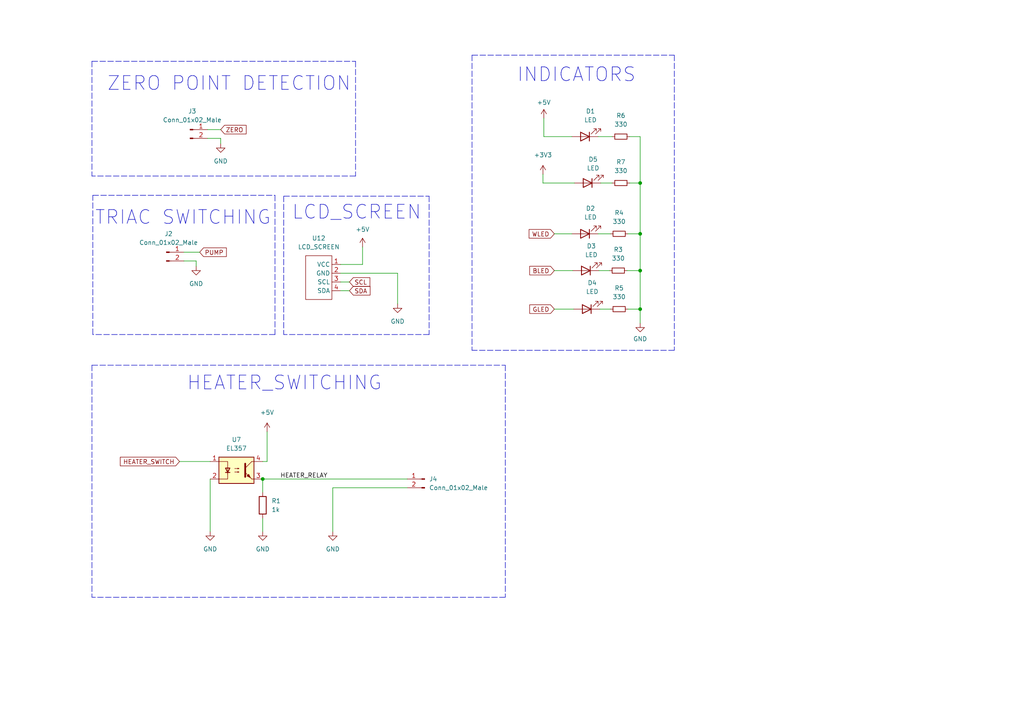
<source format=kicad_sch>
(kicad_sch (version 20211123) (generator eeschema)
  (paper "A4")
  (lib_symbols
    (symbol "Connector:Conn_01x02_Male" (pin_names (offset 1.016) hide)
      (property "Reference" "J" (at 0 2.54 0))
      (property "Value" "Conn_01x02_Male" (at 0 -5.08 0))
      (symbol "Conn_01x02_Male_1_1"
        (polyline (pts (xy 1.27 -2.54) (xy 0.8636 -2.54)) (stroke (width 0.1524)))
        (polyline (pts (xy 1.27 0) (xy 0.8636 0)) (stroke (width 0.1524)))
        (rectangle (start 0.8636 -2.413) (end 0 -2.667) (stroke (width 0.1524)) (fill (type outline)))
        (rectangle (start 0.8636 0.127) (end 0 -0.127) (stroke (width 0.1524)) (fill (type outline)))
        (pin passive line (at 5.08 0 180) (length 3.81) (name "Pin_1") (number "1"))
        (pin passive line (at 5.08 -2.54 180) (length 3.81) (name "Pin_2") (number "2"))
      )
    )
    (symbol "Device:LED" (pin_numbers hide) (pin_names (offset 1.016) hide)
      (property "Reference" "D" (at 0 2.54 0))
      (property "Value" "LED" (at 0 -2.54 0))
      (symbol "LED_0_1"
        (polyline (pts (xy -1.27 -1.27) (xy -1.27 1.27)) (stroke (width 0.254)))
        (polyline (pts (xy -1.27 0) (xy 1.27 0)))
        (polyline (pts (xy 1.27 -1.27) (xy 1.27 1.27) (xy -1.27 0) (xy 1.27 -1.27)) (stroke (width 0.254)))
        (polyline (pts (xy -3.048 -0.762) (xy -4.572 -2.286) (xy -3.81 -2.286) (xy -4.572 -2.286) (xy -4.572 -1.524)))
        (polyline (pts (xy -1.778 -0.762) (xy -3.302 -2.286) (xy -2.54 -2.286) (xy -3.302 -2.286) (xy -3.302 -1.524)))
      )
      (symbol "LED_1_1"
        (pin passive line (at -3.81 0 0) (length 2.54) (name "K") (number "1"))
        (pin passive line (at 3.81 0 180) (length 2.54) (name "A") (number "2"))
      )
    )
    (symbol "Device:R" (pin_numbers hide) (pin_names (offset 0))
      (property "Reference" "R" (at 2.032 0 90))
      (property "Value" "R" (at 0 0 90))
      (symbol "R_0_1"
        (rectangle (start -1.016 -2.54) (end 1.016 2.54) (stroke (width 0.254)))
      )
      (symbol "R_1_1"
        (pin passive line (at 0 3.81 270) (length 1.27) (name "~") (number "1"))
        (pin passive line (at 0 -3.81 90) (length 1.27) (name "~") (number "2"))
      )
    )
    (symbol "Device:R_Small" (pin_numbers hide) (pin_names (offset 0.254) hide)
      (property "Reference" "R" (at 0.762 0.508 0))
      (property "Value" "R_Small" (at 0.762 -1.016 0))
      (symbol "R_Small_0_1"
        (rectangle (start -0.762 1.778) (end 0.762 -1.778) (stroke (width 0.2032)))
      )
      (symbol "R_Small_1_1"
        (pin passive line (at 0 2.54 270) (length 0.762) (name "~") (number "1"))
        (pin passive line (at 0 -2.54 90) (length 0.762) (name "~") (number "2"))
      )
    )
    (symbol "Isolator:SFH617A-1" (pin_names (offset 1.016))
      (property "Reference" "U" (at -5.08 5.08 0))
      (property "Value" "SFH617A-1" (at 0 5.08 0))
      (symbol "SFH617A-1_0_1"
        (rectangle (start -5.08 3.81) (end 5.08 -3.81) (stroke (width 0.254)) (fill (type background)))
        (polyline (pts (xy -3.175 -0.635) (xy -1.905 -0.635)) (stroke (width 0.254)))
        (polyline (pts (xy 2.54 0.635) (xy 4.445 2.54)))
        (polyline (pts (xy 4.445 -2.54) (xy 2.54 -0.635)) (fill (type outline)))
        (polyline (pts (xy 4.445 -2.54) (xy 5.08 -2.54)))
        (polyline (pts (xy 4.445 2.54) (xy 5.08 2.54)))
        (polyline (pts (xy -2.54 -0.635) (xy -2.54 -2.54) (xy -5.08 -2.54)))
        (polyline (pts (xy 2.54 1.905) (xy 2.54 -1.905) (xy 2.54 -1.905)) (stroke (width 0.508)))
        (polyline (pts (xy -5.08 2.54) (xy -2.54 2.54) (xy -2.54 -1.27) (xy -2.54 0.635)))
        (polyline (pts (xy -2.54 -0.635) (xy -3.175 0.635) (xy -1.905 0.635) (xy -2.54 -0.635)) (stroke (width 0.254)))
        (polyline (pts (xy -0.508 -0.508) (xy 0.762 -0.508) (xy 0.381 -0.635) (xy 0.381 -0.381) (xy 0.762 -0.508)))
        (polyline (pts (xy -0.508 0.508) (xy 0.762 0.508) (xy 0.381 0.381) (xy 0.381 0.635) (xy 0.762 0.508)))
        (polyline (pts (xy 3.048 -1.651) (xy 3.556 -1.143) (xy 4.064 -2.159) (xy 3.048 -1.651) (xy 3.048 -1.651)) (fill (type outline)))
      )
      (symbol "SFH617A-1_1_1"
        (pin passive line (at -7.62 2.54 0) (length 2.54) (name "~") (number "1"))
        (pin passive line (at -7.62 -2.54 0) (length 2.54) (name "~") (number "2"))
        (pin passive line (at 7.62 -2.54 180) (length 2.54) (name "~") (number "3"))
        (pin passive line (at 7.62 2.54 180) (length 2.54) (name "~") (number "4"))
      )
    )
    (symbol "Userlibrary:LCD_SCREEN"
      (property "Reference" "U" (at 0 0 0))
      (property "Value" "LCD_SCREEN" (at 0 0 0))
      (symbol "LCD_SCREEN_0_1"
        (rectangle (start 0 12.7) (end 7.62 0))
      )
      (symbol "LCD_SCREEN_1_1"
        (pin power_in line (at 10.16 10.16 180) (length 2.54) (name "VCC") (number "1"))
        (pin power_in line (at 10.16 7.62 180) (length 2.54) (name "GND") (number "2"))
        (pin input line (at 10.16 5.08 180) (length 2.54) (name "SCL") (number "3"))
        (pin input line (at 10.16 2.54 180) (length 2.54) (name "SDA") (number "4"))
      )
    )
    (symbol "power:+3V3" (power) (pin_names (offset 0))
      (property "Value" "+3V3" (at 0 3.556 0))
      (symbol "+3V3_0_1"
        (polyline (pts (xy -0.762 1.27) (xy 0 2.54)))
        (polyline (pts (xy 0 0) (xy 0 2.54)))
        (polyline (pts (xy 0 2.54) (xy 0.762 1.27)))
      )
      (symbol "+3V3_1_1"
        (pin power_in line (at 0 0 90) (length 0) hide (name "+3V3") (number "1"))
      )
    )
    (symbol "power:+5V" (power) (pin_names (offset 0))
      (property "Value" "+5V" (at 0 3.556 0))
      (symbol "+5V_0_1"
        (polyline (pts (xy -0.762 1.27) (xy 0 2.54)))
        (polyline (pts (xy 0 0) (xy 0 2.54)))
        (polyline (pts (xy 0 2.54) (xy 0.762 1.27)))
      )
      (symbol "+5V_1_1"
        (pin power_in line (at 0 0 90) (length 0) hide (name "+5V") (number "1"))
      )
    )
    (symbol "power:GND" (power) (pin_names (offset 0))
      (property "Value" "GND" (at 0 -3.81 0))
      (symbol "GND_0_1"
        (polyline (pts (xy 0 0) (xy 0 -1.27) (xy 1.27 -1.27) (xy 0 -2.54) (xy -1.27 -1.27) (xy 0 -1.27)))
      )
      (symbol "GND_1_1"
        (pin power_in line (at 0 0 270) (length 0) hide (name "GND") (number "1"))
      )
    )
  )
  (junction (at 185.674 67.818))
  (junction (at 185.674 78.486))
  (junction (at 185.674 89.662))
  (junction (at 185.674 53.086))
  (junction (at 76.2 138.938))
  (wire (pts (xy 105.156 76.708) (xy 105.156 71.628)))
  (polyline (pts (xy 146.558 105.918) (xy 146.558 173.228)))
  (wire (pts (xy 115.316 79.248) (xy 115.316 88.138)))
  (polyline (pts (xy 195.58 16.002) (xy 195.58 101.6)))
  (wire (pts (xy 76.2 138.938) (xy 118.11 138.938)))
  (wire (pts (xy 96.52 141.478) (xy 118.11 141.478)))
  (wire (pts (xy 185.674 39.624) (xy 185.674 53.086)))
  (wire (pts (xy 76.2 133.858) (xy 77.47 133.858)))
  (wire (pts (xy 173.99 89.662) (xy 177.038 89.662)))
  (wire (pts (xy 53.34 75.692) (xy 56.896 75.692)))
  (polyline (pts (xy 79.756 56.642) (xy 79.756 97.028)))
  (wire (pts (xy 77.47 125.222) (xy 77.47 133.858)))
  (wire (pts (xy 98.806 79.248) (xy 115.316 79.248)))
  (wire (pts (xy 174.244 53.086) (xy 177.546 53.086)))
  (wire (pts (xy 185.674 78.486) (xy 185.674 89.662)))
  (wire (pts (xy 157.734 39.624) (xy 165.862 39.624)))
  (wire (pts (xy 182.626 39.624) (xy 185.674 39.624)))
  (wire (pts (xy 53.34 73.152) (xy 57.912 73.152)))
  (wire (pts (xy 76.2 150.368) (xy 76.2 154.178)))
  (wire (pts (xy 182.118 67.818) (xy 185.674 67.818)))
  (polyline (pts (xy 136.906 16.002) (xy 136.906 101.6)))
  (wire (pts (xy 157.734 34.29) (xy 157.734 39.624)))
  (wire (pts (xy 160.782 89.662) (xy 166.37 89.662)))
  (wire (pts (xy 60.198 37.592) (xy 64.008 37.592)))
  (wire (pts (xy 173.736 78.486) (xy 176.784 78.486)))
  (polyline (pts (xy 26.67 17.78) (xy 103.124 17.78)))
  (wire (pts (xy 98.806 76.708) (xy 105.156 76.708)))
  (polyline (pts (xy 82.296 56.896) (xy 124.46 56.896)))
  (polyline (pts (xy 195.58 101.6) (xy 136.906 101.6)))
  (wire (pts (xy 60.96 138.938) (xy 60.96 154.178)))
  (polyline (pts (xy 124.46 97.028) (xy 82.296 97.028)))
  (wire (pts (xy 98.806 84.328) (xy 101.346 84.328)))
  (wire (pts (xy 182.626 53.086) (xy 185.674 53.086)))
  (wire (pts (xy 173.482 67.818) (xy 177.038 67.818)))
  (wire (pts (xy 98.806 81.788) (xy 101.346 81.788)))
  (wire (pts (xy 185.674 53.086) (xy 185.674 67.818)))
  (wire (pts (xy 185.674 67.818) (xy 185.674 78.486)))
  (wire (pts (xy 157.48 53.086) (xy 157.48 50.546)))
  (wire (pts (xy 56.896 75.692) (xy 56.896 77.216)))
  (polyline (pts (xy 26.67 105.918) (xy 146.558 105.918)))
  (wire (pts (xy 182.118 89.662) (xy 185.674 89.662)))
  (wire (pts (xy 64.008 40.132) (xy 64.008 41.656)))
  (polyline (pts (xy 79.756 97.028) (xy 26.924 97.028)))
  (wire (pts (xy 76.2 138.938) (xy 76.2 142.748)))
  (wire (pts (xy 52.07 133.858) (xy 60.96 133.858)))
  (polyline (pts (xy 103.124 51.054) (xy 26.67 51.054)))
  (polyline (pts (xy 82.296 56.896) (xy 82.296 97.028)))
  (wire (pts (xy 60.198 40.132) (xy 64.008 40.132)))
  (wire (pts (xy 173.482 39.624) (xy 177.546 39.624)))
  (polyline (pts (xy 124.46 56.896) (xy 124.46 97.028)))
  (wire (pts (xy 185.674 89.662) (xy 185.674 93.726)))
  (polyline (pts (xy 26.67 17.78) (xy 26.67 51.054)))
  (polyline (pts (xy 26.924 97.028) (xy 26.924 56.642)))
  (wire (pts (xy 160.782 67.818) (xy 165.862 67.818)))
  (polyline (pts (xy 136.906 16.002) (xy 195.58 16.002)))
  (polyline (pts (xy 26.924 56.642) (xy 79.756 56.642)))
  (polyline (pts (xy 146.558 173.228) (xy 26.67 173.228)))
  (wire (pts (xy 160.782 78.486) (xy 166.116 78.486)))
  (wire (pts (xy 166.624 53.086) (xy 157.48 53.086)))
  (wire (pts (xy 96.52 141.478) (xy 96.52 154.178)))
  (polyline (pts (xy 103.124 17.78) (xy 103.124 51.054)))
  (polyline (pts (xy 26.67 105.918) (xy 26.67 173.228)))
  (wire (pts (xy 181.864 78.486) (xy 185.674 78.486)))
  (text "HEATER_SWITCHING\n" (at 54.102 113.538 0) (effects (font (size 4 4)) (justify left bottom)))
  (text "ZERO POINT DETECTION\n" (at 30.988 26.67 0) (effects (font (size 4 4)) (justify left bottom)))
  (text "INDICATORS" (at 149.86 24.13 0) (effects (font (size 4 4)) (justify left bottom)))
  (text "LCD_SCREEN\n" (at 84.582 64.008 0) (effects (font (size 4 4)) (justify left bottom)))
  (text "TRIAC SWITCHING\n" (at 27.432 65.532 0) (effects (font (size 4 4)) (justify left bottom)))
  (label "HEATER_RELAY" (at 81.28 138.938 0))
  (global_label "PUMP" (shape input) (at 57.912 73.152 0) (property "Intersheet References" "${INTERSHEET_REFS}" (effects hide)))
  (global_label "SDA" (shape input) (at 101.346 84.328 0) (property "Intersheet References" "${INTERSHEET_REFS}" (effects hide)))
  (global_label "HEATER_SWITCH" (shape input) (at 52.07 133.858 180) (property "Intersheet References" "${INTERSHEET_REFS}" (effects hide)))
  (global_label "WLED" (shape input) (at 160.782 67.818 180) (property "Intersheet References" "${INTERSHEET_REFS}" (effects hide)))
  (global_label "BLED" (shape input) (at 160.782 78.486 180) (property "Intersheet References" "${INTERSHEET_REFS}" (effects hide)))
  (global_label "ZERO" (shape input) (at 64.008 37.592 0) (property "Intersheet References" "${INTERSHEET_REFS}" (effects hide)))
  (global_label "SCL" (shape input) (at 101.346 81.788 0) (property "Intersheet References" "${INTERSHEET_REFS}" (effects hide)))
  (global_label "GLED" (shape input) (at 160.782 89.662 180) (property "Intersheet References" "${INTERSHEET_REFS}" (effects hide)))
  (symbol (lib_id "Device:R_Small") (at 179.578 67.818 90) (unit 1)
    (property "Reference" "R4" (at 179.578 61.722 90))
    (property "Value" "330" (at 179.578 64.262 90))
    (property "Footprint" "UserLibrary:R_Axial_DIN0207_L6.3mm_D2.5mm_P10.16mm_Horizontal" (effects hide))
  )
  (symbol (lib_id "power:+5V") (at 105.156 71.628 0) (unit 1)
    (property "Reference" "#PWR0134" (effects hide))
    (property "Value" "+5V" (at 105.156 66.548 0))
  )
  (symbol (lib_id "power:GND") (at 56.896 77.216 0) (unit 1)
    (property "Reference" "#PWR0118" (effects hide))
    (property "Value" "GND" (at 56.896 82.296 0))
  )
  (symbol (lib_id "power:+3V3") (at 157.48 50.546 0) (unit 1)
    (property "Reference" "#PWR0120" (effects hide))
    (property "Value" "+3V3" (at 157.48 44.958 0))
  )
  (symbol (lib_id "Device:LED") (at 169.926 78.486 180) (unit 1)
    (property "Reference" "D3" (at 171.5135 71.374 0))
    (property "Value" "LED" (at 171.5135 73.914 0))
    (property "Footprint" "UserLibrary:PinHeader_1x02_P2.54mm_Vertical" (effects hide))
  )
  (symbol (lib_id "Device:LED") (at 169.672 39.624 180) (unit 1)
    (property "Reference" "D1" (at 171.2595 32.258 0))
    (property "Value" "LED" (at 171.2595 34.798 0))
    (property "Footprint" "UserLibrary:PinHeader_1x02_P2.54mm_Vertical" (effects hide))
  )
  (symbol (lib_id "power:+5V") (at 157.734 34.29 0) (unit 1)
    (property "Reference" "#PWR0129" (effects hide))
    (property "Value" "+5V" (at 157.734 29.718 0))
  )
  (symbol (lib_id "Userlibrary:LCD_SCREEN") (at 88.646 86.868 0) (unit 1)
    (property "Reference" "U12" (at 92.456 69.088 0))
    (property "Value" "LCD_SCREEN" (at 92.456 71.628 0))
    (property "Footprint" "UserLibrary:PinHeader_1x04_P2.54mm_Vertical" (effects hide))
  )
  (symbol (lib_id "Device:LED") (at 170.434 53.086 180) (unit 1)
    (property "Reference" "D5" (at 172.0215 46.228 0))
    (property "Value" "LED" (at 172.0215 48.768 0))
    (property "Footprint" "UserLibrary:PinHeader_1x02_P2.54mm_Vertical" (effects hide))
  )
  (symbol (lib_id "power:+5V") (at 77.47 125.222 0) (unit 1)
    (property "Reference" "#PWR0122" (effects hide))
    (property "Value" "+5V" (at 77.47 119.634 0))
  )
  (symbol (lib_id "power:GND") (at 76.2 154.178 0) (unit 1)
    (property "Reference" "#PWR0123" (effects hide))
    (property "Value" "GND" (at 76.2 159.258 0))
  )
  (symbol (lib_id "power:GND") (at 60.96 154.178 0) (unit 1)
    (property "Reference" "#PWR0128" (effects hide))
    (property "Value" "GND" (at 60.96 159.258 0))
  )
  (symbol (lib_id "Device:R_Small") (at 179.578 89.662 90) (unit 1)
    (property "Reference" "R5" (at 179.578 83.566 90))
    (property "Value" "330" (at 179.578 86.106 90))
    (property "Footprint" "UserLibrary:R_Axial_DIN0207_L6.3mm_D2.5mm_P10.16mm_Horizontal" (effects hide))
  )
  (symbol (lib_id "Device:R_Small") (at 179.324 78.486 90) (unit 1)
    (property "Reference" "R3" (at 179.324 72.39 90))
    (property "Value" "330" (at 179.324 74.93 90))
    (property "Footprint" "UserLibrary:R_Axial_DIN0207_L6.3mm_D2.5mm_P10.16mm_Horizontal" (effects hide))
  )
  (symbol (lib_id "Device:R_Small") (at 180.086 39.624 90) (unit 1)
    (property "Reference" "R6" (at 180.086 33.528 90))
    (property "Value" "330" (at 180.086 36.068 90))
    (property "Footprint" "UserLibrary:R_Axial_DIN0207_L6.3mm_D2.5mm_P10.16mm_Horizontal" (effects hide))
  )
  (symbol (lib_id "Isolator:SFH617A-1") (at 68.58 136.398 0) (unit 1)
    (property "Reference" "U7" (at 68.58 127.508 0))
    (property "Value" "EL357" (at 68.58 130.048 0))
    (property "Footprint" "UserLibrary:DIP-4_W7.62mm" (effects hide))
    (property "Datasheet" "https://datasheet.lcsc.com/lcsc/1809192312_Everlight-Elec-EL357N-B-TA-G_C6649.pdf" (effects hide))
    (property "LCSC Part Number" "C6649" (effects hide))
  )
  (symbol (lib_id "Connector:Conn_01x02_Male") (at 123.19 138.938 0) (mirror y) (unit 1)
    (property "Reference" "J4" (at 124.46 138.9379 0) (effects (justify right)))
    (property "Value" "Conn_01x02_Male" (at 124.46 141.4779 0) (effects (justify right)))
    (property "Footprint" "UserLibrary:PinHeader_1x02_P2.54mm_Vertical" (effects hide))
  )
  (symbol (lib_id "Device:R_Small") (at 180.086 53.086 90) (unit 1)
    (property "Reference" "R7" (at 180.086 46.99 90))
    (property "Value" "330" (at 180.086 49.53 90))
    (property "Footprint" "UserLibrary:R_Axial_DIN0207_L6.3mm_D2.5mm_P10.16mm_Horizontal" (effects hide))
  )
  (symbol (lib_id "power:GND") (at 64.008 41.656 0) (unit 1)
    (property "Reference" "#PWR0119" (effects hide))
    (property "Value" "GND" (at 64.008 46.736 0))
  )
  (symbol (lib_id "Device:LED") (at 170.18 89.662 180) (unit 1)
    (property "Reference" "D4" (at 171.7675 82.042 0))
    (property "Value" "LED" (at 171.7675 84.582 0))
    (property "Footprint" "UserLibrary:PinHeader_1x02_P2.54mm_Vertical" (effects hide))
  )
  (symbol (lib_id "Device:R") (at 76.2 146.558 0) (unit 1)
    (property "Reference" "R1" (at 78.74 145.2879 0) (effects (justify left)))
    (property "Value" "1k" (at 78.74 147.8279 0) (effects (justify left)))
    (property "Footprint" "UserLibrary:R_Axial_DIN0207_L6.3mm_D2.5mm_P10.16mm_Horizontal" (effects hide))
  )
  (symbol (lib_id "Connector:Conn_01x02_Male") (at 55.118 37.592 0) (unit 1)
    (property "Reference" "J3" (at 55.753 32.258 0))
    (property "Value" "Conn_01x02_Male" (at 55.753 34.798 0))
    (property "Footprint" "UserLibrary:PinHeader_1x02_P2.54mm_Vertical" (effects hide))
  )
  (symbol (lib_id "power:GND") (at 115.316 88.138 0) (unit 1)
    (property "Reference" "#PWR0135" (effects hide))
    (property "Value" "GND" (at 115.316 93.218 0))
  )
  (symbol (lib_id "power:GND") (at 185.674 93.726 0) (unit 1)
    (property "Reference" "#PWR0130" (effects hide))
    (property "Value" "GND" (at 185.674 98.298 0))
  )
  (symbol (lib_id "power:GND") (at 96.52 154.178 0) (unit 1)
    (property "Reference" "#PWR0121" (effects hide))
    (property "Value" "GND" (at 96.52 159.258 0))
  )
  (symbol (lib_id "Device:LED") (at 169.672 67.818 180) (unit 1)
    (property "Reference" "D2" (at 171.2595 60.452 0))
    (property "Value" "LED" (at 171.2595 62.992 0))
    (property "Footprint" "UserLibrary:PinHeader_1x02_P2.54mm_Vertical" (effects hide))
  )
  (symbol (lib_id "Connector:Conn_01x02_Male") (at 48.26 73.152 0) (unit 1)
    (property "Reference" "J2" (at 48.895 67.818 0))
    (property "Value" "Conn_01x02_Male" (at 48.895 70.358 0))
    (property "Footprint" "UserLibrary:PinHeader_1x02_P2.54mm_Vertical" (effects hide))
  )
)
</source>
